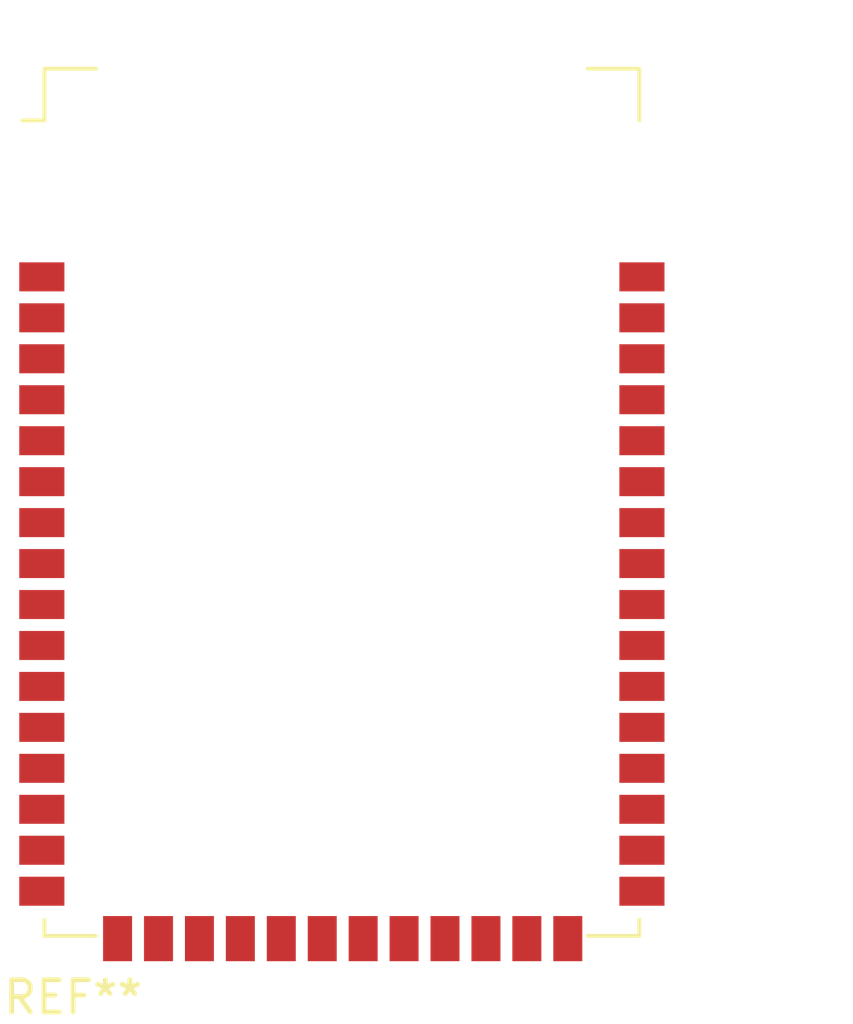
<source format=kicad_pcb>
(kicad_pcb (version 20211014) (generator pcbnew)
  (layers (0 "F.Cu" signal) (31 "B.Cu" signal) (34 "B.Paste" user) (35 "F.Paste" user) (36 "B.SilkS" user "B.Silkscreen") (37 "F.SilkS" user "F.Silkscreen") (38 "B.Mask" user) (39 "F.Mask" user) (44 "Edge.Cuts" user))
  (net 0 "")
  (footprint "RF_WiFi:USR-C322" (layer "F.Cu") (at 93.98 78.74)
    (fp_text reference "REF**" (at -8.34 11.955) (layer "F.SilkS"))
    (fp_text value "USR-C322")
    (fp_line (start 9.23 10.045) (end 9.23 9.545) (layer "F.SilkS") (width 0.12))
    (fp_line (start 7.63 10.05) (end 9.23 10.05) (layer "F.SilkS") (width 0.12))
    (fp_line (start -9.23 10.05) (end -7.63 10.05) (layer "F.SilkS") (width 0.12))
    (fp_line (start -9.23 9.555) (end -9.23 10.05) (layer "F.SilkS") (width 0.12))
    (fp_line (start 9.23 -16.835) (end 9.23 -15.235) (layer "F.SilkS") (width 0.12))
    (fp_line (start -9.23 -15.235) (end -9.92 -15.235) (layer "F.SilkS") (width 0.12))
    (fp_line (start -9.23 -16.84) (end -9.23 -15.235) (layer "F.SilkS") (width 0.12))
    (fp_line (start -7.63 -16.84) (end -9.23 -16.84) (layer "F.SilkS") (width 0.12))
    (fp_line (start 9.23 -16.84) (end 7.63 -16.84) (layer "F.SilkS") (width 0.12))
    (pad "1" smd rect (at -9.31 -10.385) (size 1.4 0.9) (layers "F.Cu" "F.Paste" "F.Mask"))
    (pad "2" smd rect (at -9.31 -9.115) (size 1.4 0.9) (layers "F.Cu" "F.Paste" "F.Mask"))
    (pad "3" smd rect (at -9.31 -7.845) (size 1.4 0.9) (layers "F.Cu" "F.Paste" "F.Mask"))
    (pad "4" smd rect (at -9.31 -6.575) (size 1.4 0.9) (layers "F.Cu" "F.Paste" "F.Mask"))
    (pad "5" smd rect (at -9.31 -5.305) (size 1.4 0.9) (layers "F.Cu" "F.Paste" "F.Mask"))
    (pad "6" smd rect (at -9.31 -4.035) (size 1.4 0.9) (layers "F.Cu" "F.Paste" "F.Mask"))
    (pad "7" smd rect (at -9.31 -2.765) (size 1.4 0.9) (layers "F.Cu" "F.Paste" "F.Mask"))
    (pad "8" smd rect (at -9.31 -1.495) (size 1.4 0.9) (layers "F.Cu" "F.Paste" "F.Mask"))
    (pad "9" smd rect (at -9.31 -0.225) (size 1.4 0.9) (layers "F.Cu" "F.Paste" "F.Mask"))
    (pad "10" smd rect (at -9.31 1.045) (size 1.4 0.9) (layers "F.Cu" "F.Paste" "F.Mask"))
    (pad "11" smd rect (at -9.31 2.315) (size 1.4 0.9) (layers "F.Cu" "F.Paste" "F.Mask"))
    (pad "12" smd rect (at -9.31 3.585) (size 1.4 0.9) (layers "F.Cu" "F.Paste" "F.Mask"))
    (pad "13" smd rect (at -9.31 4.855) (size 1.4 0.9) (layers "F.Cu" "F.Paste" "F.Mask"))
    (pad "14" smd rect (at -9.31 6.125) (size 1.4 0.9) (layers "F.Cu" "F.Paste" "F.Mask"))
    (pad "15" smd rect (at -9.31 7.395) (size 1.4 0.9) (layers "F.Cu" "F.Paste" "F.Mask"))
    (pad "16" smd rect (at -9.31 8.665) (size 1.4 0.9) (layers "F.Cu" "F.Paste" "F.Mask"))
    (pad "17" smd rect (at -6.96 10.135 90) (size 1.4 0.9) (layers "F.Cu" "F.Paste" "F.Mask"))
    (pad "18" smd rect (at -5.69 10.135 90) (size 1.4 0.9) (layers "F.Cu" "F.Paste" "F.Mask"))
    (pad "19" smd rect (at -4.42 10.135 90) (size 1.4 0.9) (layers "F.Cu" "F.Paste" "F.Mask"))
    (pad "20" smd rect (at -3.15 10.135 90) (size 1.4 0.9) (layers "F.Cu" "F.Paste" "F.Mask"))
    (pad "21" smd rect (at -1.88 10.135 90) (size 1.4 0.9) (layers "F.Cu" "F.Paste" "F.Mask"))
    (pad "22" smd rect (at -0.61 10.135 90) (size 1.4 0.9) (layers "F.Cu" "F.Paste" "F.Mask"))
    (pad "23" smd rect (at 0.66 10.135 90) (size 1.4 0.9) (layers "F.Cu" "F.Paste" "F.Mask"))
    (pad "24" smd rect (at 1.93 10.135 90) (size 1.4 0.9) (layers "F.Cu" "F.Paste" "F.Mask"))
    (pad "25" smd rect (at 3.2 10.135 90) (size 1.4 0.9) (layers "F.Cu" "F.Paste" "F.Mask"))
    (pad "26" smd rect (at 4.47 10.135 90) (size 1.4 0.9) (layers "F.Cu" "F.Paste" "F.Mask"))
    (pad "27" smd rect (at 5.74 10.135 90) (size 1.4 0.9) (layers "F.Cu" "F.Paste" "F.Mask"))
    (pad "28" smd rect (at 7.01 10.135 90) (size 1.4 0.9) (layers "F.Cu" "F.Paste" "F.Mask"))
    (pad "29" smd rect (at 9.31 8.665) (size 1.4 0.9) (layers "F.Cu" "F.Paste" "F.Mask"))
    (pad "30" smd rect (at 9.31 7.395) (size 1.4 0.9) (layers "F.Cu" "F.Paste" "F.Mask"))
    (pad "31" smd rect (at 9.31 6.125) (size 1.4 0.9) (layers "F.Cu" "F.Paste" "F.Mask"))
    (pad "32" smd rect (at 9.31 4.855) (size 1.4 0.9) (layers "F.Cu" "F.Paste" "F.Mask"))
    (pad "33" smd rect (at 9.31 3.585) (size 1.4 0.9) (layers "F.Cu" "F.Paste" "F.Mask"))
    (pad "34" smd rect (at 9.31 2.315) (size 1.4 0.9) (layers "F.Cu" "F.Paste" "F.Mask"))
    (pad "35" smd rect (at 9.31 1.045) (size 1.4 0.9) (layers "F.Cu" "F.Paste" "F.Mask"))
    (pad "36" smd rect (at 9.31 -0.225) (size 1.4 0.9) (layers "F.Cu" "F.Paste" "F.Mask"))
    (pad "37" smd rect (at 9.31 -1.495) (size 1.4 0.9) (layers "F.Cu" "F.Paste" "F.Mask"))
    (pad "38" smd rect (at 9.31 -2.765) (size 1.4 0.9) (layers "F.Cu" "F.Paste" "F.Mask"))
    (pad "39" smd rect (at 9.31 -4.035) (size 1.4 0.9) (layers "F.Cu" "F.Paste" "F.Mask"))
    (pad "40" smd rect (at 9.31 -5.305) (size 1.4 0.9) (layers "F.Cu" "F.Paste" "F.Mask"))
    (pad "41" smd rect (at 9.31 -6.575) (size 1.4 0.9) (layers "F.Cu" "F.Paste" "F.Mask"))
    (pad "42" smd rect (at 9.31 -7.845) (size 1.4 0.9) (layers "F.Cu" "F.Paste" "F.Mask"))
    (pad "43" smd rect (at 9.31 -9.115) (size 1.4 0.9) (layers "F.Cu" "F.Paste" "F.Mask"))
    (pad "44" smd rect (at 9.31 -10.385) (size 1.4 0.9) (layers "F.Cu" "F.Paste" "F.Mask"))
  )
)
</source>
